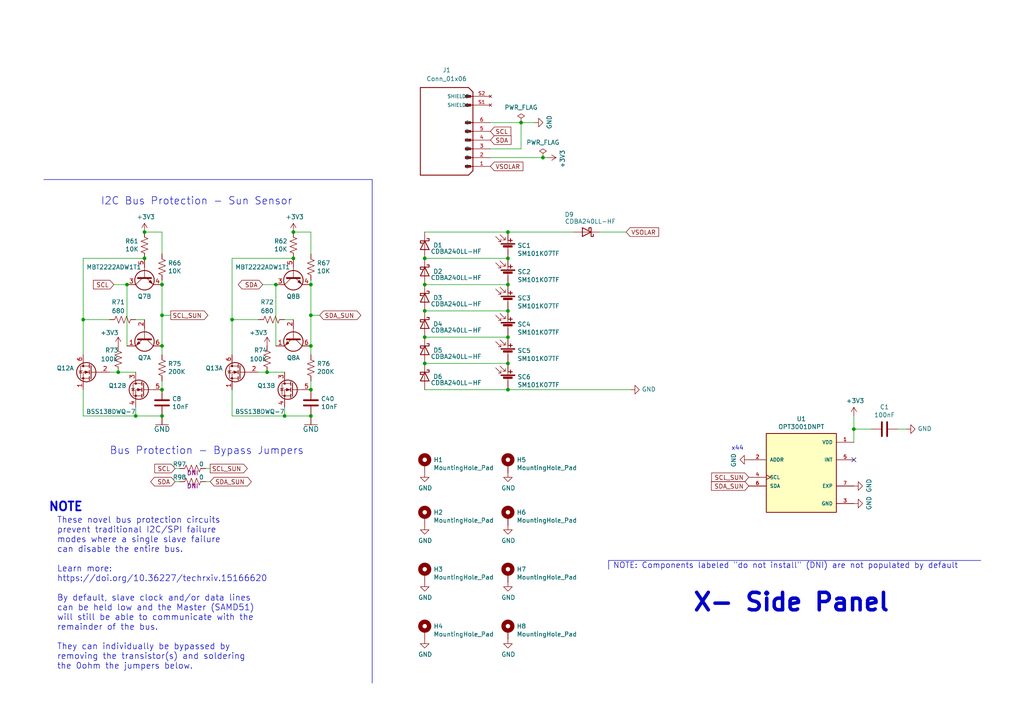
<source format=kicad_sch>
(kicad_sch (version 20230121) (generator eeschema)
  (paper "A4")
  (title_block (title "Sapling X- Side Panel") (date "2022-05-02") (rev "Flight Ver. 1") (company "Stanford SSI") (comment 1 "Grant Regen"))
  (lib_symbols
    (symbol "Device:C" (pin_numbers hide) (pin_names (offset 0.254))
      (property "Reference" "C" (at 0.635 2.54 0))
      (property "Value" "C" (at 0.635 -2.54 0))
      (symbol "C_0_1"
        (polyline (pts (xy -2.032 -0.762) (xy 2.032 -0.762)) (stroke (width 0.508)))
        (polyline (pts (xy -2.032 0.762) (xy 2.032 0.762)) (stroke (width 0.508)))
      )
      (symbol "C_1_1"
        (pin passive line (at 0 3.81 270) (length 2.794) (name "~") (number "1"))
        (pin passive line (at 0 -3.81 90) (length 2.794) (name "~") (number "2"))
      )
    )
    (symbol "Device:R_US" (pin_numbers hide) (pin_names (offset 0))
      (property "Reference" "R" (at 2.54 0 90))
      (property "Value" "R_US" (at -2.54 0 90))
      (symbol "R_US_0_1"
        (polyline (pts (xy 0 -2.286) (xy 0 -2.54)))
        (polyline (pts (xy 0 2.286) (xy 0 2.54)))
        (polyline (pts (xy 0 -0.762) (xy 1.016 -1.143) (xy 0 -1.524) (xy -1.016 -1.905) (xy 0 -2.286)))
        (polyline (pts (xy 0 0.762) (xy 1.016 0.381) (xy 0 0) (xy -1.016 -0.381) (xy 0 -0.762)))
        (polyline (pts (xy 0 2.286) (xy 1.016 1.905) (xy 0 1.524) (xy -1.016 1.143) (xy 0 0.762)))
      )
      (symbol "R_US_1_1"
        (pin passive line (at 0 3.81 270) (length 1.27) (name "~") (number "1"))
        (pin passive line (at 0 -3.81 90) (length 1.27) (name "~") (number "2"))
      )
    )
    (symbol "Mechanical:MountingHole_Pad" (pin_numbers hide) (pin_names (offset 1.016) hide)
      (property "Reference" "H" (at 0 6.35 0))
      (property "Value" "MountingHole_Pad" (at 0 4.445 0))
      (symbol "MountingHole_Pad_0_1"
        (circle (center 0 1.27) (radius 1.27) (stroke (width 1.27)))
      )
      (symbol "MountingHole_Pad_1_1"
        (pin input line (at 0 -2.54 90) (length 2.54) (name "1") (number "1"))
      )
    )
    (symbol "Transistor_BJT:MBT2222ADW1T1" (pin_names (offset 0) hide)
      (property "Reference" "Q" (at 5.08 1.27 0))
      (property "Value" "MBT2222ADW1T1" (at 5.08 -1.27 0))
      (symbol "MBT2222ADW1T1_0_1"
        (polyline (pts (xy 0.635 0) (xy -2.54 0)))
        (polyline (pts (xy 0.635 0.635) (xy 2.54 2.54)))
        (polyline (pts (xy 0.635 -0.635) (xy 2.54 -2.54) (xy 2.54 -2.54)))
        (polyline (pts (xy 0.635 1.905) (xy 0.635 -1.905) (xy 0.635 -1.905)) (stroke (width 0.508)))
        (polyline (pts (xy 1.27 -1.778) (xy 1.778 -1.27) (xy 2.286 -2.286) (xy 1.27 -1.778) (xy 1.27 -1.778)) (fill (type outline)))
        (circle (center 1.27 0) (radius 2.8194) (stroke (width 0.254)))
      )
      (symbol "MBT2222ADW1T1_1_1"
        (pin passive line (at 2.54 -5.08 90) (length 2.54) (name "E1") (number "1"))
        (pin input line (at -5.08 0 0) (length 2.54) (name "B1") (number "2"))
        (pin passive line (at 2.54 5.08 270) (length 2.54) (name "C1") (number "6"))
      )
      (symbol "MBT2222ADW1T1_2_1"
        (pin passive line (at 2.54 5.08 270) (length 2.54) (name "C2") (number "3"))
        (pin passive line (at 2.54 -5.08 90) (length 2.54) (name "E2") (number "4"))
        (pin input line (at -5.08 0 0) (length 2.54) (name "B2") (number "5"))
      )
    )
    (symbol "mainboard:BSS138DWQ-7" (pin_names (offset 0.762) hide)
      (property "Reference" "Q" (at -2.54 5.08 0))
      (property "Value" "BSS138DWQ-7" (at 3.81 6.35 0))
      (symbol "BSS138DWQ-7_1_1"
        (polyline (pts (xy -1.016 0) (xy -3.81 0)))
        (polyline (pts (xy -1.016 1.905) (xy -1.016 -1.905)) (stroke (width 0.254)))
        (polyline (pts (xy -0.508 -1.27) (xy -0.508 -2.286)) (stroke (width 0.254)))
        (polyline (pts (xy -0.508 0.508) (xy -0.508 -0.508)) (stroke (width 0.254)))
        (polyline (pts (xy -0.508 2.286) (xy -0.508 1.27)) (stroke (width 0.254)))
        (polyline (pts (xy 1.27 2.54) (xy 1.27 1.778)))
        (polyline (pts (xy 1.27 -2.54) (xy 1.27 0) (xy -0.508 0)))
        (polyline (pts (xy -0.508 -1.778) (xy 2.032 -1.778) (xy 2.032 1.778) (xy -0.508 1.778)))
        (polyline (pts (xy -0.254 0) (xy 0.762 0.381) (xy 0.762 -0.381) (xy -0.254 0)) (fill (type outline)))
        (polyline (pts (xy 1.524 0.508) (xy 1.651 0.381) (xy 2.413 0.381) (xy 2.54 0.254)))
        (polyline (pts (xy 2.032 0.381) (xy 1.651 -0.254) (xy 2.413 -0.254) (xy 2.032 0.381)))
        (circle (center 0.381 0) (radius 2.794) (stroke (width 0.254)))
        (circle (center 1.27 -1.778) (radius 0.254) (fill (type outline)))
        (circle (center 1.27 1.778) (radius 0.254) (fill (type outline)))
        (pin passive line (at 1.27 -5.08 90) (length 2.54) (name "S2") (number "1"))
        (pin input line (at -6.35 0 0) (length 2.54) (name "G2") (number "2"))
        (pin passive line (at 1.27 5.08 270) (length 2.54) (name "D1") (number "6"))
      )
      (symbol "BSS138DWQ-7_2_1"
        (polyline (pts (xy -1.016 0) (xy -3.81 0)))
        (polyline (pts (xy -1.016 1.905) (xy -1.016 -1.905)) (stroke (width 0.254)))
        (polyline (pts (xy -0.508 -1.27) (xy -0.508 -2.286)) (stroke (width 0.254)))
        (polyline (pts (xy -0.508 0.508) (xy -0.508 -0.508)) (stroke (width 0.254)))
        (polyline (pts (xy -0.508 2.286) (xy -0.508 1.27)) (stroke (width 0.254)))
        (polyline (pts (xy 1.27 2.54) (xy 1.27 1.778)))
        (polyline (pts (xy 1.27 -2.54) (xy 1.27 0) (xy -0.508 0)))
        (polyline (pts (xy -0.508 -1.778) (xy 2.032 -1.778) (xy 2.032 1.778) (xy -0.508 1.778)))
        (polyline (pts (xy -0.254 0) (xy 0.762 0.381) (xy 0.762 -0.381) (xy -0.254 0)) (fill (type outline)))
        (polyline (pts (xy 1.524 0.508) (xy 1.651 0.381) (xy 2.413 0.381) (xy 2.54 0.254)))
        (polyline (pts (xy 2.032 0.381) (xy 1.651 -0.254) (xy 2.413 -0.254) (xy 2.032 0.381)))
        (circle (center 0.381 0) (radius 2.794) (stroke (width 0.254)))
        (circle (center 1.27 -1.778) (radius 0.254) (fill (type outline)))
        (circle (center 1.27 1.778) (radius 0.254) (fill (type outline)))
        (pin passive line (at 1.27 5.08 270) (length 2.54) (name "D2") (number "3"))
        (pin passive line (at 1.27 -5.08 90) (length 2.54) (name "S1") (number "4"))
        (pin input line (at -6.35 0 0) (length 2.54) (name "G1") (number "5"))
      )
    )
    (symbol "mainboard:GND" (power) (pin_names (offset 1.016))
      (property "Value" "GND" (at -2.54 -2.54 0))
      (symbol "GND_1_0"
        (polyline (pts (xy -1.905 0) (xy 1.905 0)))
        (pin power_in line (at 0 2.54 270) (length 2.54) (name "GND") (number "1"))
      )
    )
    (symbol "power:+3.3V" (power) (pin_names (offset 0))
      (property "Value" "+3.3V" (at 0 3.556 0))
      (symbol "+3.3V_0_1"
        (polyline (pts (xy -0.762 1.27) (xy 0 2.54)))
        (polyline (pts (xy 0 0) (xy 0 2.54)))
        (polyline (pts (xy 0 2.54) (xy 0.762 1.27)))
      )
      (symbol "+3.3V_1_1"
        (pin power_in line (at 0 0 90) (length 0) hide (name "+3V3") (number "1"))
      )
    )
    (symbol "power:GND" (power) (pin_names (offset 0))
      (property "Value" "GND" (at 0 -3.81 0))
      (symbol "GND_0_1"
        (polyline (pts (xy 0 0) (xy 0 -1.27) (xy 1.27 -1.27) (xy 0 -2.54) (xy -1.27 -1.27) (xy 0 -1.27)))
      )
      (symbol "GND_1_1"
        (pin power_in line (at 0 0 270) (length 0) hide (name "GND") (number "1"))
      )
    )
    (symbol "power:PWR_FLAG" (power) (pin_numbers hide) (pin_names (offset 0) hide)
      (property "Value" "PWR_FLAG" (at 0 3.81 0))
      (symbol "PWR_FLAG_0_0"
        (pin power_out line (at 0 0 90) (length 0) (name "pwr") (number "1"))
      )
      (symbol "PWR_FLAG_0_1"
        (polyline (pts (xy 0 0) (xy 0 1.27) (xy -1.016 1.905) (xy 0 2.54) (xy 1.016 1.905) (xy 0 1.27)))
      )
    )
    (symbol "sidepanels:2053380006" (pin_names (offset 1.016))
      (property "Reference" "J" (at -7.62 13.97 0))
      (property "Value" "2053380006" (at -7.62 -15.24 0))
      (symbol "2053380006_0_0"
        (rectangle (start -6.985 -10.4648) (end -5.3848 -9.8298) (fill (type outline)))
        (rectangle (start -6.985 -7.9248) (end -5.3848 -7.2898) (fill (type outline)))
        (rectangle (start -6.985 -2.8448) (end -5.3848 -2.2098) (fill (type outline)))
        (rectangle (start -6.985 -0.3048) (end -5.3848 0.3048) (fill (type outline)))
        (rectangle (start -6.985 2.2098) (end -5.3848 2.8448) (fill (type outline)))
        (rectangle (start -6.985 4.7498) (end -5.3848 5.3848) (fill (type outline)))
        (rectangle (start -6.985 7.2898) (end -5.3848 7.9248) (fill (type outline)))
        (rectangle (start -6.985 9.8298) (end -5.3848 10.4648) (fill (type outline)))
        (polyline (pts (xy -7.62 -11.43) (xy -6.35 -12.7)) (stroke (width 0.254)))
        (polyline (pts (xy -7.62 -10.16) (xy -5.715 -10.16)) (stroke (width 0.254)))
        (polyline (pts (xy -7.62 -7.62) (xy -5.715 -7.62)) (stroke (width 0.254)))
        (polyline (pts (xy -7.62 -2.54) (xy -7.62 -11.43)) (stroke (width 0.254)))
        (polyline (pts (xy -7.62 -2.54) (xy -5.715 -2.54)) (stroke (width 0.254)))
        (polyline (pts (xy -7.62 0) (xy -7.62 -2.54)) (stroke (width 0.254)))
        (polyline (pts (xy -7.62 0) (xy -5.715 0)) (stroke (width 0.254)))
        (polyline (pts (xy -7.62 2.54) (xy -7.62 0)) (stroke (width 0.254)))
        (polyline (pts (xy -7.62 2.54) (xy -5.715 2.54)) (stroke (width 0.254)))
        (polyline (pts (xy -7.62 5.08) (xy -7.62 2.54)) (stroke (width 0.254)))
        (polyline (pts (xy -7.62 5.08) (xy -5.715 5.08)) (stroke (width 0.254)))
        (polyline (pts (xy -7.62 7.62) (xy -5.715 7.62)) (stroke (width 0.254)))
        (polyline (pts (xy -7.62 10.16) (xy -5.715 10.16)) (stroke (width 0.254)))
        (polyline (pts (xy -7.62 11.43) (xy -7.62 5.08)) (stroke (width 0.254)))
        (polyline (pts (xy -7.62 11.43) (xy -6.35 12.7)) (stroke (width 0.254)))
        (polyline (pts (xy -6.35 -12.7) (xy 7.62 -12.7)) (stroke (width 0.254)))
        (polyline (pts (xy 7.62 -12.7) (xy 7.62 12.7)) (stroke (width 0.254)))
        (polyline (pts (xy 7.62 12.7) (xy -6.35 12.7)) (stroke (width 0.254)))
        (pin passive line (at -12.7 10.16 0) (length 5.08) (name "1") (number "1"))
        (pin passive line (at -12.7 7.62 0) (length 5.08) (name "2") (number "2"))
        (pin passive line (at -12.7 5.08 0) (length 5.08) (name "3") (number "3"))
        (pin passive line (at -12.7 2.54 0) (length 5.08) (name "4") (number "4"))
        (pin passive line (at -12.7 0 0) (length 5.08) (name "5") (number "5"))
        (pin passive line (at -12.7 -2.54 0) (length 5.08) (name "6") (number "6"))
        (pin no_connect line (at -12.7 -7.62 0) (length 5.08) (name "SHIELD1") (number "S1"))
        (pin no_connect line (at -12.7 -10.16 0) (length 5.08) (name "SHIELD2") (number "S2"))
      )
    )
    (symbol "sidepanels:CDBA240LL-HF" (pin_numbers hide) (pin_names (offset 1.016) hide)
      (property "Reference" "D" (at 0 2.54 0))
      (property "Value" "CDBA240LL-HF" (at 0 -2.54 0))
      (symbol "CDBA240LL-HF_0_1"
        (polyline (pts (xy 1.27 0) (xy -1.27 0)))
        (polyline (pts (xy 1.27 1.27) (xy 1.27 -1.27) (xy -1.27 0) (xy 1.27 1.27)) (stroke (width 0.254)))
        (polyline (pts (xy -1.905 0.635) (xy -1.905 1.27) (xy -1.27 1.27) (xy -1.27 -1.27) (xy -0.635 -1.27) (xy -0.635 -0.635)) (stroke (width 0.254)))
      )
      (symbol "CDBA240LL-HF_1_1"
        (pin passive line (at -3.81 0 0) (length 2.54) (name "K") (number "1"))
        (pin passive line (at 3.81 0 180) (length 2.54) (name "A") (number "2"))
      )
    )
    (symbol "sidepanels:OPT3001DNPT" (pin_names (offset 1.016))
      (property "Reference" "U" (at -10.16 13.97 0))
      (property "Value" "OPT3001DNPT" (at -6.35 -12.7 0))
      (symbol "OPT3001DNPT_0_0"
        (rectangle (start -10.16 -10.16) (end 10.16 12.7) (stroke (width 0.254)) (fill (type background)))
        (pin power_in line (at 15.24 10.16 180) (length 5.08) (name "VDD") (number "1"))
        (pin input line (at -15.24 5.08 0) (length 5.08) (name "ADDR") (number "2"))
        (pin power_in line (at 15.24 -7.62 180) (length 5.08) (name "GND") (number "3"))
        (pin input clock (at -15.24 0 0) (length 5.08) (name "SCL") (number "4"))
        (pin output line (at 15.24 5.08 180) (length 5.08) (name "INT") (number "5"))
        (pin bidirectional line (at -15.24 -2.54 0) (length 5.08) (name "SDA") (number "6"))
        (pin passive line (at 15.24 -2.54 180) (length 5.08) (name "EXP") (number "7"))
      )
    )
    (symbol "sidepanels:SM101K07TF" (pin_numbers hide) (pin_names (offset 0) hide)
      (property "Reference" "SC" (at 2.54 2.54 0))
      (property "Value" "SM101K07TF" (at 2.54 0 0))
      (symbol "SM101K07TF_0_1"
        (rectangle (start -2.032 1.778) (end 2.032 1.524) (fill (type outline)))
        (rectangle (start -1.3208 1.1938) (end 1.27 0.6858) (fill (type outline)))
        (polyline (pts (xy -2.032 2.286) (xy -3.556 3.81)))
        (polyline (pts (xy -0.762 2.794) (xy -2.286 4.318)))
        (polyline (pts (xy 0 0.762) (xy 0 0)))
        (polyline (pts (xy 0 1.778) (xy 0 2.54)))
        (polyline (pts (xy 0.254 2.667) (xy 1.27 2.667)) (stroke (width 0.254)))
        (polyline (pts (xy 0.762 3.175) (xy 0.762 2.159)) (stroke (width 0.254)))
        (polyline (pts (xy -2.032 3.048) (xy -2.032 2.286) (xy -2.794 2.286)))
        (polyline (pts (xy -0.762 3.556) (xy -0.762 2.794) (xy -1.524 2.794)))
      )
      (symbol "SM101K07TF_1_1"
        (pin passive line (at 0 5.08 270) (length 2.54) (name "+") (number "1"))
        (pin passive line (at 0 -2.54 90) (length 2.54) (name "-") (number "2"))
      )
    )
  )
  (junction (at 247.65 124.46))
  (junction (at 147.32 90.17))
  (junction (at 77.47 107.95))
  (junction (at 147.32 67.31))
  (junction (at 85.09 74.93))
  (junction (at 41.91 67.31))
  (junction (at 90.17 120.65))
  (junction (at 46.99 113.03))
  (junction (at 67.31 92.71))
  (junction (at 82.55 120.65))
  (junction (at 80.01 82.55))
  (junction (at 157.48 45.72))
  (junction (at 39.37 120.65))
  (junction (at 24.13 92.71))
  (junction (at 123.19 105.41))
  (junction (at 123.19 82.55))
  (junction (at 147.32 97.79))
  (junction (at 46.99 91.44))
  (junction (at 46.99 120.65))
  (junction (at 147.32 82.55))
  (junction (at 41.91 74.93))
  (junction (at 85.09 67.31))
  (junction (at 36.83 82.55))
  (junction (at 147.32 113.03))
  (junction (at 123.19 90.17))
  (junction (at 90.17 91.44))
  (junction (at 46.99 100.33))
  (junction (at 147.32 74.93))
  (junction (at 147.32 105.41))
  (junction (at 151.13 35.56))
  (junction (at 123.19 97.79))
  (junction (at 90.17 113.03))
  (junction (at 34.29 107.95))
  (junction (at 90.17 82.55))
  (junction (at 90.17 100.33))
  (junction (at 46.99 82.55))
  (junction (at 123.19 74.93))
  (no_connect (at 247.65 133.35))
  (wire (pts (xy 34.29 107.95) (xy 31.75 107.95)))
  (wire (pts (xy 123.19 74.93) (xy 147.32 74.93)))
  (wire (pts (xy 49.53 91.44) (xy 46.99 91.44)))
  (polyline (pts (xy 107.95 52.07) (xy 107.95 198.12)))
  (wire (pts (xy 24.13 74.93) (xy 41.91 74.93)))
  (wire (pts (xy 67.31 102.87) (xy 67.31 92.71)))
  (wire (pts (xy 36.83 82.55) (xy 36.83 100.33)))
  (wire (pts (xy 157.48 45.72) (xy 158.75 45.72)))
  (wire (pts (xy 60.96 135.89) (xy 59.69 135.89)))
  (wire (pts (xy 46.99 110.49) (xy 46.99 113.03)))
  (wire (pts (xy 166.37 67.31) (xy 147.32 67.31)))
  (wire (pts (xy 82.55 118.11) (xy 82.55 120.65)))
  (wire (pts (xy 46.99 67.31) (xy 41.91 67.31)))
  (wire (pts (xy 260.35 124.46) (xy 262.89 124.46)))
  (wire (pts (xy 77.47 107.95) (xy 74.93 107.95)))
  (wire (pts (xy 24.13 120.65) (xy 39.37 120.65)))
  (wire (pts (xy 247.65 124.46) (xy 247.65 120.65)))
  (wire (pts (xy 46.99 73.66) (xy 46.99 67.31)))
  (polyline (pts (xy 107.95 52.07) (xy 12.7 52.07)))
  (wire (pts (xy 80.01 82.55) (xy 80.01 100.33)))
  (wire (pts (xy 142.24 45.72) (xy 157.48 45.72)))
  (wire (pts (xy 46.99 91.44) (xy 46.99 82.55)))
  (wire (pts (xy 123.19 105.41) (xy 147.32 105.41)))
  (wire (pts (xy 67.31 120.65) (xy 82.55 120.65)))
  (wire (pts (xy 247.65 128.27) (xy 247.65 124.46)))
  (wire (pts (xy 24.13 92.71) (xy 24.13 74.93)))
  (wire (pts (xy 41.91 92.71) (xy 39.37 92.71)))
  (wire (pts (xy 147.32 113.03) (xy 182.88 113.03)))
  (wire (pts (xy 24.13 102.87) (xy 24.13 92.71)))
  (wire (pts (xy 123.19 97.79) (xy 147.32 97.79)))
  (wire (pts (xy 90.17 91.44) (xy 90.17 82.55)))
  (wire (pts (xy 90.17 110.49) (xy 90.17 113.03)))
  (wire (pts (xy 151.13 43.18) (xy 151.13 35.56)))
  (wire (pts (xy 92.71 91.44) (xy 90.17 91.44)))
  (wire (pts (xy 67.31 74.93) (xy 85.09 74.93)))
  (wire (pts (xy 123.19 67.31) (xy 147.32 67.31)))
  (wire (pts (xy 123.19 82.55) (xy 147.32 82.55)))
  (wire (pts (xy 142.24 35.56) (xy 151.13 35.56)))
  (wire (pts (xy 46.99 102.87) (xy 46.99 100.33)))
  (wire (pts (xy 50.8 135.89) (xy 52.07 135.89)))
  (wire (pts (xy 123.19 90.17) (xy 147.32 90.17)))
  (wire (pts (xy 173.99 67.31) (xy 181.61 67.31)))
  (wire (pts (xy 67.31 113.03) (xy 67.31 120.65)))
  (polyline (pts (xy 176.53 165.1) (xy 176.53 162.56)))
  (wire (pts (xy 90.17 73.66) (xy 90.17 67.31)))
  (wire (pts (xy 39.37 120.65) (xy 46.99 120.65)))
  (wire (pts (xy 33.02 82.55) (xy 36.83 82.55)))
  (wire (pts (xy 46.99 81.28) (xy 46.99 82.55)))
  (wire (pts (xy 90.17 81.28) (xy 90.17 82.55)))
  (wire (pts (xy 85.09 92.71) (xy 82.55 92.71)))
  (wire (pts (xy 90.17 67.31) (xy 85.09 67.31)))
  (wire (pts (xy 123.19 113.03) (xy 147.32 113.03)))
  (wire (pts (xy 90.17 102.87) (xy 90.17 100.33)))
  (wire (pts (xy 24.13 92.71) (xy 31.75 92.71)))
  (wire (pts (xy 90.17 100.33) (xy 90.17 91.44)))
  (wire (pts (xy 39.37 107.95) (xy 34.29 107.95)))
  (wire (pts (xy 50.8 139.7) (xy 52.07 139.7)))
  (wire (pts (xy 67.31 92.71) (xy 74.93 92.71)))
  (wire (pts (xy 82.55 120.65) (xy 90.17 120.65)))
  (polyline (pts (xy 176.53 162.56) (xy 284.48 162.56)))
  (wire (pts (xy 252.73 124.46) (xy 247.65 124.46)))
  (wire (pts (xy 46.99 100.33) (xy 46.99 91.44)))
  (wire (pts (xy 76.2 82.55) (xy 80.01 82.55)))
  (wire (pts (xy 142.24 43.18) (xy 151.13 43.18)))
  (wire (pts (xy 39.37 118.11) (xy 39.37 120.65)))
  (wire (pts (xy 24.13 113.03) (xy 24.13 120.65)))
  (wire (pts (xy 82.55 107.95) (xy 77.47 107.95)))
  (wire (pts (xy 151.13 35.56) (xy 154.94 35.56)))
  (wire (pts (xy 67.31 92.71) (xy 67.31 74.93)))
  (wire (pts (xy 60.96 139.7) (xy 59.69 139.7)))
  (text "NOTE" (at 13.97 148.59 0) (effects (font (size 2.54 2.54) (thickness 0.508) bold) (justify left bottom)))
  (text "x44" (at 212.09 130.81 0) (effects (font (size 1.27 1.27)) (justify left bottom)))
  (text "I2C Bus Protection - Sun Sensor" (at 29.21 59.69 0) (effects (font (size 2.159 2.159)) (justify left bottom)))
  (text "X- Side Panel" (at 200.66 177.8 0) (effects (font (size 5.08 5.08) (thickness 1.016) bold) (justify left bottom)))
  (text "Bus Protection - Bypass Jumpers" (at 31.75 132.08 0) (effects (font (size 2.159 2.159)) (justify left bottom)))
  (text "These novel bus protection circuits\nprevent traditional I2C/SPI failure \nmodes where a single slave failure\ncan disable the entire bus.\n\nLearn more: \nhttps://doi.org/10.36227/techrxiv.15166620\n\nBy default, slave clock and/or data lines \ncan be held low and the Master (SAMD51) \nwill still be able to communicate with the \nremainder of the bus.\n\nThey can individually be bypassed by \nremoving the transistor(s) and soldering\nthe 0ohm the jumpers below." (at 16.51 194.31 0) (effects (font (size 1.7526 1.7526)) (justify left bottom)))
  (text "NOTE: Components labeled \"do not install\" (DNI) are not populated by default" (at 177.8 165.1 0) (effects (font (size 1.651 1.651)) (justify left bottom)))
  (global_label "SCL" (shape input) (at 50.8 135.89 180) (property "Intersheetrefs" "${INTERSHEET_REFS}" (effects hide)))
  (global_label "VSOLAR" (shape input) (at 181.61 67.31 0) (property "Intersheetrefs" "${INTERSHEET_REFS}" (effects hide)))
  (global_label "SDA" (shape bidirectional) (at 76.2 82.55 180) (property "Intersheetrefs" "${INTERSHEET_REFS}" (effects hide)))
  (global_label "SDA" (shape bidirectional) (at 50.8 139.7 180) (property "Intersheetrefs" "${INTERSHEET_REFS}" (effects hide)))
  (global_label "SCL_SUN" (shape output) (at 49.53 91.44 0) (property "Intersheetrefs" "${INTERSHEET_REFS}" (effects hide)))
  (global_label "SCL" (shape input) (at 33.02 82.55 180) (property "Intersheetrefs" "${INTERSHEET_REFS}" (effects hide)))
  (global_label "VSOLAR" (shape input) (at 142.24 48.26 0) (property "Intersheetrefs" "${INTERSHEET_REFS}" (effects hide)))
  (global_label "SDA_SUN" (shape bidirectional) (at 60.96 139.7 0) (property "Intersheetrefs" "${INTERSHEET_REFS}" (effects hide)))
  (global_label "SCL_SUN" (shape output) (at 60.96 135.89 0) (property "Intersheetrefs" "${INTERSHEET_REFS}" (effects hide)))
  (global_label "SCL" (shape input) (at 142.24 38.1 0) (property "Intersheetrefs" "${INTERSHEET_REFS}" (effects hide)))
  (global_label "SCL_SUN" (shape input) (at 217.17 138.43 180) (property "Intersheetrefs" "${INTERSHEET_REFS}" (effects hide)))
  (global_label "SDA_SUN" (shape input) (at 217.17 140.97 180) (property "Intersheetrefs" "${INTERSHEET_REFS}" (effects hide)))
  (global_label "SDA_SUN" (shape bidirectional) (at 92.71 91.44 0) (property "Intersheetrefs" "${INTERSHEET_REFS}" (effects hide)))
  (global_label "SDA" (shape input) (at 142.24 40.64 0) (property "Intersheetrefs" "${INTERSHEET_REFS}" (effects hide)))
  (symbol (lib_id "mainboard:BSS138DWQ-7") (at 25.4 107.95 0) (mirror y) (unit 1)
    (property "Reference" "Q12" (at 21.463 106.7816 0) (effects (justify left)))
    (property "Value" "BSS138DWQ-7" (at 39.37 119.38 0) (effects (justify left)))
    (property "Footprint" "mainboard:BSS138DWQ-7" (effects hide))
    (property "Datasheet" "https://www.diodes.com/assets/Datasheets/BSS138DWQ.pdf" (effects hide))
    (property "Description" "MOSFET BSS Family" (effects hide))
    (property "Flight" "BSS138DWQ-7" (effects hide))
    (property "Manufacturer_Name" "Diodes Inc." (effects hide))
    (property "Manufacturer_Part_Number" "BSS138DWQ-7" (effects hide))
    (property "Proto" "BSS138DWQ-7" (effects hide))
    (property "Height" "1.1" (effects hide))
    (property "Mouser Part Number" "621-BSS138DWQ-7" (effects hide))
    (property "Mouser Price/Stock" "https://www.mouser.co.uk/ProductDetail/Diodes-Incorporated/BSS138DWQ-7?qs=nJRy1mI8RR9wz3YdMQOQIA%3D%3D" (effects hide))
  )
  (symbol (lib_id "mainboard:BSS138DWQ-7") (at 40.64 113.03 0) (mirror y) (unit 2)
    (property "Reference" "Q12" (at 36.703 111.8616 0) (effects (justify left)))
    (property "Value" "BSS138DWQ-7" (effects hide))
    (property "Footprint" "mainboard:BSS138DWQ-7" (effects hide))
    (property "Datasheet" "https://www.diodes.com/assets/Datasheets/BSS138DWQ.pdf" (effects hide))
    (property "Description" "MOSFET BSS Family" (effects hide))
    (property "Flight" "BSS138DWQ-7" (effects hide))
    (property "Manufacturer_Name" "Diodes Inc." (effects hide))
    (property "Manufacturer_Part_Number" "BSS138DWQ-7" (effects hide))
    (property "Proto" "BSS138DWQ-7" (effects hide))
    (property "Height" "1.1" (effects hide))
    (property "Mouser Part Number" "621-BSS138DWQ-7" (effects hide))
    (property "Mouser Price/Stock" "https://www.mouser.co.uk/ProductDetail/Diodes-Incorporated/BSS138DWQ-7?qs=nJRy1mI8RR9wz3YdMQOQIA%3D%3D" (effects hide))
  )
  (symbol (lib_id "Transistor_BJT:MBT2222ADW1T1") (at 41.91 97.79 270) (unit 1)
    (property "Reference" "Q7" (at 41.91 103.7844 90))
    (property "Value" "MBT2222ADW1T1" (effects hide))
    (property "Footprint" "Package_TO_SOT_SMD:SOT-363_SC-70-6" (effects hide))
    (property "Datasheet" "http://www.onsemi.com/pub_link/Collateral/MBT2222ADW1T1-D.PDF" (effects hide))
    (property "Description" "Dual NPN BJT - 2NPN" (effects hide))
    (property "Flight" "MBT2222ADW1T1G" (effects hide))
    (property "Manufacturer_Name" "ON Semiconductor" (effects hide))
    (property "Manufacturer_Part_Number" "MBT2222ADW1T1G" (effects hide))
    (property "Proto" "MBT2222ADW1T1G" (effects hide))
  )
  (symbol (lib_id "Transistor_BJT:MBT2222ADW1T1") (at 41.91 80.01 90) (mirror x) (unit 2)
    (property "Reference" "Q7" (at 41.91 85.979 90))
    (property "Value" "MBT2222ADW1T1" (at 33.02 77.47 90))
    (property "Footprint" "Package_TO_SOT_SMD:SOT-363_SC-70-6" (effects hide))
    (property "Datasheet" "http://www.onsemi.com/pub_link/Collateral/MBT2222ADW1T1-D.PDF" (effects hide))
    (property "Description" "Dual NPN BJT - 2NPN" (effects hide))
    (property "Flight" "MBT2222ADW1T1G" (effects hide))
    (property "Manufacturer_Name" "ON Semiconductor" (effects hide))
    (property "Manufacturer_Part_Number" "MBT2222ADW1T1G" (effects hide))
    (property "Proto" "MBT2222ADW1T1G" (effects hide))
  )
  (symbol (lib_id "Device:C") (at 46.99 116.84 0) (unit 1)
    (property "Reference" "C8" (at 49.911 115.6716 0) (effects (justify left)))
    (property "Value" "10nF" (at 49.911 117.983 0) (effects (justify left)))
    (property "Footprint" "Capacitor_SMD:C_0603_1608Metric" (effects hide))
    (property "Description" "10nF +-10% 50V X7R" (effects hide))
  )
  (symbol (lib_id "mainboard:GND") (at 46.99 123.19 0) (unit 1)
    (property "Reference" "#GND045" (effects hide))
    (property "Value" "GND" (at 46.99 124.46 0) (effects (font (size 1.4986 1.4986))))
  )
  (symbol (lib_id "Device:R_US") (at 46.99 77.47 0) (unit 1)
    (property "Reference" "R66" (at 48.7172 76.3016 0) (effects (justify left)))
    (property "Value" "10K" (at 48.7172 78.613 0) (effects (justify left)))
    (property "Footprint" "Resistor_SMD:R_0603_1608Metric" (effects hide))
    (property "Description" "10K 0603" (effects hide))
  )
  (symbol (lib_id "Device:R_US") (at 41.91 71.12 0) (unit 1)
    (property "Reference" "R61" (at 40.2082 69.9516 0) (effects (justify right)))
    (property "Value" "10K" (at 40.2082 72.263 0) (effects (justify right)))
    (property "Footprint" "Resistor_SMD:R_0603_1608Metric" (effects hide))
    (property "Description" "10K 0603" (effects hide))
  )
  (symbol (lib_id "Device:R_US") (at 35.56 92.71 270) (unit 1)
    (property "Reference" "R71" (at 34.29 87.63 90))
    (property "Value" "680" (at 34.29 90.17 90))
    (property "Footprint" "Resistor_SMD:R_0603_1608Metric" (effects hide))
    (property "Description" "680 0603" (effects hide))
  )
  (symbol (lib_id "Device:R_US") (at 34.29 104.14 0) (unit 1)
    (property "Reference" "R73" (at 30.48 101.6 0) (effects (justify left)))
    (property "Value" "100K" (at 29.21 104.14 0) (effects (justify left)))
    (property "Footprint" "Resistor_SMD:R_0603_1608Metric" (effects hide))
    (property "Description" "100K 0603" (effects hide))
  )
  (symbol (lib_id "Device:R_US") (at 46.99 106.68 0) (unit 1)
    (property "Reference" "R75" (at 48.7172 105.5116 0) (effects (justify left)))
    (property "Value" "200K" (at 48.7172 107.823 0) (effects (justify left)))
    (property "Footprint" "Resistor_SMD:R_0603_1608Metric" (effects hide))
    (property "Description" "200K 0603" (effects hide))
  )
  (symbol (lib_id "Transistor_BJT:MBT2222ADW1T1") (at 85.09 97.79 270) (unit 1)
    (property "Reference" "Q8" (at 85.09 103.7844 90))
    (property "Value" "MBT2222ADW1T1" (effects hide))
    (property "Footprint" "Package_TO_SOT_SMD:SOT-363_SC-70-6" (effects hide))
    (property "Datasheet" "http://www.onsemi.com/pub_link/Collateral/MBT2222ADW1T1-D.PDF" (effects hide))
    (property "Description" "Dual NPN BJT - 2NPN" (effects hide))
    (property "Flight" "MBT2222ADW1T1G" (effects hide))
    (property "Manufacturer_Name" "ON Semiconductor" (effects hide))
    (property "Manufacturer_Part_Number" "MBT2222ADW1T1G" (effects hide))
    (property "Proto" "MBT2222ADW1T1G" (effects hide))
  )
  (symbol (lib_id "Transistor_BJT:MBT2222ADW1T1") (at 85.09 80.01 90) (mirror x) (unit 2)
    (property "Reference" "Q8" (at 85.09 85.979 90))
    (property "Value" "MBT2222ADW1T1" (at 76.2 77.47 90))
    (property "Footprint" "Package_TO_SOT_SMD:SOT-363_SC-70-6" (effects hide))
    (property "Datasheet" "http://www.onsemi.com/pub_link/Collateral/MBT2222ADW1T1-D.PDF" (effects hide))
    (property "Description" "Dual NPN BJT - 2NPN" (effects hide))
    (property "Flight" "MBT2222ADW1T1G" (effects hide))
    (property "Manufacturer_Name" "ON Semiconductor" (effects hide))
    (property "Manufacturer_Part_Number" "MBT2222ADW1T1G" (effects hide))
    (property "Proto" "MBT2222ADW1T1G" (effects hide))
  )
  (symbol (lib_id "Device:C") (at 90.17 116.84 0) (unit 1)
    (property "Reference" "C40" (at 93.091 115.6716 0) (effects (justify left)))
    (property "Value" "10nF" (at 93.091 117.983 0) (effects (justify left)))
    (property "Footprint" "Capacitor_SMD:C_0603_1608Metric" (effects hide))
    (property "Description" "10nF +-10% 50V X7R" (effects hide))
  )
  (symbol (lib_id "mainboard:GND") (at 90.17 123.19 0) (unit 1)
    (property "Reference" "#GND046" (effects hide))
    (property "Value" "GND" (at 90.17 124.46 0) (effects (font (size 1.4986 1.4986))))
  )
  (symbol (lib_id "Device:R_US") (at 85.09 71.12 0) (unit 1)
    (property "Reference" "R62" (at 83.3882 69.9516 0) (effects (justify right)))
    (property "Value" "10K" (at 83.3882 72.263 0) (effects (justify right)))
    (property "Footprint" "Resistor_SMD:R_0603_1608Metric" (effects hide))
    (property "Description" "10K 0603" (effects hide))
  )
  (symbol (lib_id "Device:R_US") (at 78.74 92.71 270) (unit 1)
    (property "Reference" "R72" (at 77.47 87.63 90))
    (property "Value" "680" (at 77.47 90.17 90))
    (property "Footprint" "Resistor_SMD:R_0603_1608Metric" (effects hide))
    (property "Description" "680 0603" (effects hide))
  )
  (symbol (lib_id "mainboard:BSS138DWQ-7") (at 83.82 113.03 0) (mirror y) (unit 2)
    (property "Reference" "Q13" (at 79.883 111.8616 0) (effects (justify left)))
    (property "Value" "BSS138DWQ-7" (effects hide))
    (property "Footprint" "mainboard:BSS138DWQ-7" (effects hide))
    (property "Datasheet" "https://www.diodes.com/assets/Datasheets/BSS138DWQ.pdf" (effects hide))
    (property "Description" "MOSFET BSS Family" (effects hide))
    (property "Flight" "BSS138DWQ-7" (effects hide))
    (property "Manufacturer_Name" "Diodes Inc." (effects hide))
    (property "Manufacturer_Part_Number" "BSS138DWQ-7" (effects hide))
    (property "Proto" "BSS138DWQ-7" (effects hide))
    (property "Height" "1.1" (effects hide))
    (property "Mouser Part Number" "621-BSS138DWQ-7" (effects hide))
    (property "Mouser Price/Stock" "https://www.mouser.co.uk/ProductDetail/Diodes-Incorporated/BSS138DWQ-7?qs=nJRy1mI8RR9wz3YdMQOQIA%3D%3D" (effects hide))
  )
  (symbol (lib_id "Device:R_US") (at 90.17 106.68 0) (unit 1)
    (property "Reference" "R76" (at 91.8972 105.5116 0) (effects (justify left)))
    (property "Value" "200K" (at 91.8972 107.823 0) (effects (justify left)))
    (property "Footprint" "Resistor_SMD:R_0603_1608Metric" (effects hide))
    (property "Description" "200K 0603" (effects hide))
  )
  (symbol (lib_id "Device:R_US") (at 77.47 104.14 0) (unit 1)
    (property "Reference" "R74" (at 73.66 101.6 0) (effects (justify left)))
    (property "Value" "100K" (at 72.39 104.14 0) (effects (justify left)))
    (property "Footprint" "Resistor_SMD:R_0603_1608Metric" (effects hide))
    (property "Description" "100K 0603" (effects hide))
  )
  (symbol (lib_id "mainboard:BSS138DWQ-7") (at 68.58 107.95 0) (mirror y) (unit 1)
    (property "Reference" "Q13" (at 64.643 106.7816 0) (effects (justify left)))
    (property "Value" "BSS138DWQ-7" (at 82.55 119.38 0) (effects (justify left)))
    (property "Footprint" "mainboard:BSS138DWQ-7" (effects hide))
    (property "Datasheet" "https://www.diodes.com/assets/Datasheets/BSS138DWQ.pdf" (effects hide))
    (property "Description" "MOSFET BSS Family" (effects hide))
    (property "Flight" "BSS138DWQ-7" (effects hide))
    (property "Manufacturer_Name" "Diodes Inc." (effects hide))
    (property "Manufacturer_Part_Number" "BSS138DWQ-7" (effects hide))
    (property "Proto" "BSS138DWQ-7" (effects hide))
    (property "Height" "1.1" (effects hide))
    (property "Mouser Part Number" "621-BSS138DWQ-7" (effects hide))
    (property "Mouser Price/Stock" "https://www.mouser.co.uk/ProductDetail/Diodes-Incorporated/BSS138DWQ-7?qs=nJRy1mI8RR9wz3YdMQOQIA%3D%3D" (effects hide))
  )
  (symbol (lib_id "Device:R_US") (at 90.17 77.47 0) (unit 1)
    (property "Reference" "R67" (at 91.8972 76.3016 0) (effects (justify left)))
    (property "Value" "10K" (at 91.8972 78.613 0) (effects (justify left)))
    (property "Footprint" "Resistor_SMD:R_0603_1608Metric" (effects hide))
    (property "Description" "10K 0603" (effects hide))
  )
  (symbol (lib_id "Device:R_US") (at 55.88 135.89 270) (unit 1)
    (property "Reference" "R97" (at 52.07 134.62 90))
    (property "Value" "0" (at 58.42 134.62 90))
    (property "Footprint" "Resistor_SMD:R_0603_1608Metric" (effects hide))
    (property "DNI" "DNI" (at 55.88 137.16 90))
    (property "Description" "0 0603" (effects hide))
  )
  (symbol (lib_id "Device:R_US") (at 55.88 139.7 270) (unit 1)
    (property "Reference" "R98" (at 52.07 138.43 90))
    (property "Value" "0" (at 58.42 138.43 90))
    (property "Footprint" "Resistor_SMD:R_0603_1608Metric" (effects hide))
    (property "DNI" "DNI" (at 55.88 140.97 90))
    (property "Description" "0 0603" (effects hide))
  )
  (symbol (lib_id "sidepanels:CDBA240LL-HF") (at 123.19 71.12 270) (unit 1)
    (property "Reference" "D1" (at 127 71.12 90))
    (property "Value" "CDBA240LL-HF" (at 139.7 73.66 90) (effects (justify right bottom)))
    (property "Footprint" "panels:DO-214AC" (effects hide))
  )
  (symbol (lib_id "sidepanels:CDBA240LL-HF") (at 170.18 67.31 180) (unit 1)
    (property "Reference" "D9" (at 165.1 62.23 0))
    (property "Value" "CDBA240LL-HF" (at 163.83 63.5 0) (effects (justify right bottom)))
    (property "Footprint" "panels:DO-214AC" (effects hide))
  )
  (symbol (lib_id "sidepanels:CDBA240LL-HF") (at 123.19 78.74 270) (unit 1)
    (property "Reference" "D2" (at 127 78.74 90))
    (property "Value" "CDBA240LL-HF" (at 139.7 81.28 90) (effects (justify right bottom)))
    (property "Footprint" "panels:DO-214AC" (effects hide))
  )
  (symbol (lib_id "sidepanels:SM101K07TF") (at 147.32 80.01 0) (unit 1)
    (property "Reference" "SC2" (at 150.0632 78.8416 0) (effects (justify left)))
    (property "Value" "SM101K07TF" (at 150.0632 81.153 0) (effects (justify left)))
    (property "Footprint" "panels:SM101K07TF" (effects hide))
  )
  (symbol (lib_id "sidepanels:CDBA240LL-HF") (at 123.19 86.36 270) (unit 1)
    (property "Reference" "D3" (at 127 86.36 90))
    (property "Value" "CDBA240LL-HF" (at 139.7 88.9 90) (effects (justify right bottom)))
    (property "Footprint" "panels:DO-214AC" (effects hide))
  )
  (symbol (lib_id "sidepanels:SM101K07TF") (at 147.32 87.63 0) (unit 1)
    (property "Reference" "SC3" (at 150.0632 86.4616 0) (effects (justify left)))
    (property "Value" "SM101K07TF" (at 150.0632 88.773 0) (effects (justify left)))
    (property "Footprint" "panels:SM101K07TF" (effects hide))
  )
  (symbol (lib_id "sidepanels:CDBA240LL-HF") (at 123.19 93.98 270) (unit 1)
    (property "Reference" "D4" (at 127 93.98 90))
    (property "Value" "CDBA240LL-HF" (at 139.7 96.52 90) (effects (justify right bottom)))
    (property "Footprint" "panels:DO-214AC" (effects hide))
  )
  (symbol (lib_id "sidepanels:SM101K07TF") (at 147.32 95.25 0) (unit 1)
    (property "Reference" "SC4" (at 150.0632 94.0816 0) (effects (justify left)))
    (property "Value" "SM101K07TF" (at 150.0632 96.393 0) (effects (justify left)))
    (property "Footprint" "panels:SM101K07TF" (effects hide))
  )
  (symbol (lib_id "sidepanels:OPT3001DNPT") (at 232.41 138.43 0) (unit 1)
    (property "Reference" "U1" (at 232.41 121.4882 0))
    (property "Value" "OPT3001DNPT" (at 232.41 123.7996 0))
    (property "Footprint" "panels:OPT3001" (effects hide))
    (property "STANDARD" "IPC 7351B" (effects hide))
  )
  (symbol (lib_id "Device:C") (at 256.54 124.46 90) (unit 1)
    (property "Reference" "C1" (at 256.54 118.0592 90))
    (property "Value" "100nF" (at 256.54 120.3706 90))
    (property "Footprint" "Capacitor_SMD:C_0603_1608Metric" (effects hide))
  )
  (symbol (lib_id "power:GND") (at 247.65 140.97 90) (unit 1)
    (property "Reference" "#PWR0101" (effects hide))
    (property "Value" "GND" (at 252.0442 140.843 0))
  )
  (symbol (lib_id "sidepanels:SM101K07TF") (at 147.32 72.39 0) (unit 1)
    (property "Reference" "SC1" (at 150.0632 71.2216 0) (effects (justify left)))
    (property "Value" "SM101K07TF" (at 150.0632 73.533 0) (effects (justify left)))
    (property "Footprint" "panels:SM101K07TF" (effects hide))
  )
  (symbol (lib_id "sidepanels:CDBA240LL-HF") (at 123.19 101.6 270) (unit 1)
    (property "Reference" "D5" (at 127 101.6 90))
    (property "Value" "CDBA240LL-HF" (at 139.7 104.14 90) (effects (justify right bottom)))
    (property "Footprint" "panels:DO-214AC" (effects hide))
  )
  (symbol (lib_id "sidepanels:SM101K07TF") (at 147.32 102.87 0) (unit 1)
    (property "Reference" "SC5" (at 150.0632 101.7016 0) (effects (justify left)))
    (property "Value" "SM101K07TF" (at 150.0632 104.013 0) (effects (justify left)))
    (property "Footprint" "panels:SM101K07TF" (effects hide))
  )
  (symbol (lib_id "sidepanels:CDBA240LL-HF") (at 123.19 109.22 270) (unit 1)
    (property "Reference" "D6" (at 127 109.22 90))
    (property "Value" "CDBA240LL-HF" (at 139.7 111.76 90) (effects (justify right bottom)))
    (property "Footprint" "panels:DO-214AC" (effects hide))
  )
  (symbol (lib_id "sidepanels:SM101K07TF") (at 147.32 110.49 0) (unit 1)
    (property "Reference" "SC6" (at 150.0632 109.3216 0) (effects (justify left)))
    (property "Value" "SM101K07TF" (at 150.0632 111.633 0) (effects (justify left)))
    (property "Footprint" "panels:SM101K07TF" (effects hide))
  )
  (symbol (lib_id "power:+3.3V") (at 247.65 120.65 0) (unit 1)
    (property "Reference" "#PWR0102" (effects hide))
    (property "Value" "+3.3V" (at 248.031 116.2558 0))
  )
  (symbol (lib_id "power:GND") (at 262.89 124.46 90) (unit 1)
    (property "Reference" "#PWR0103" (effects hide))
    (property "Value" "GND" (at 266.1412 124.333 90) (effects (justify right)))
  )
  (symbol (lib_id "power:GND") (at 217.17 133.35 270) (unit 1)
    (property "Reference" "#PWR0108" (effects hide))
    (property "Value" "GND" (at 212.7758 133.477 0))
  )
  (symbol (lib_id "power:GND") (at 182.88 113.03 90) (unit 1)
    (property "Reference" "#PWR0109" (effects hide))
    (property "Value" "GND" (at 186.1312 112.903 90) (effects (justify right)))
  )
  (symbol (lib_id "sidepanels:2053380006") (at 129.54 38.1 180) (unit 1)
    (property "Reference" "J1" (at 129.54 20.32 0))
    (property "Value" "Conn_01x06" (at 129.54 22.86 0))
    (property "Footprint" "panels:MOLEX_2053380006" (effects hide))
  )
  (symbol (lib_id "power:GND") (at 154.94 35.56 90) (unit 1)
    (property "Reference" "#PWR0110" (effects hide))
    (property "Value" "GND" (at 159.3342 35.433 0))
  )
  (symbol (lib_id "power:+3.3V") (at 158.75 45.72 270) (unit 1)
    (property "Reference" "#PWR0111" (effects hide))
    (property "Value" "+3.3V" (at 163.1442 46.101 0))
  )
  (symbol (lib_id "power:GND") (at 247.65 146.05 90) (unit 1)
    (property "Reference" "#PWR0112" (effects hide))
    (property "Value" "GND" (at 252.0442 145.923 0))
  )
  (symbol (lib_id "power:PWR_FLAG") (at 157.48 45.72 0) (unit 1)
    (property "Reference" "#FLG0101" (effects hide))
    (property "Value" "PWR_FLAG" (at 157.48 41.3258 0))
  )
  (symbol (lib_id "power:PWR_FLAG") (at 151.13 35.56 0) (unit 1)
    (property "Reference" "#FLG0102" (effects hide))
    (property "Value" "PWR_FLAG" (at 151.13 31.1658 0))
  )
  (symbol (lib_id "Mechanical:MountingHole_Pad") (at 123.19 134.62 0) (unit 1) (in_bom no)
    (property "Reference" "H1" (at 125.73 133.3754 0) (effects (justify left)))
    (property "Value" "MountingHole_Pad" (at 125.73 135.6868 0) (effects (justify left)))
    (property "Footprint" "MountingHole:MountingHole_2.2mm_M2_DIN965_Pad_TopBottom" (effects hide))
  )
  (symbol (lib_id "power:GND") (at 123.19 137.16 0) (unit 1)
    (property "Reference" "#PWR01" (effects hide))
    (property "Value" "GND" (at 123.317 141.5542 0))
  )
  (symbol (lib_id "Mechanical:MountingHole_Pad") (at 147.32 134.62 0) (unit 1) (in_bom no)
    (property "Reference" "H5" (at 149.86 133.3754 0) (effects (justify left)))
    (property "Value" "MountingHole_Pad" (at 149.86 135.6868 0) (effects (justify left)))
    (property "Footprint" "MountingHole:MountingHole_2.2mm_M2_DIN965_Pad_TopBottom" (effects hide))
  )
  (symbol (lib_id "power:GND") (at 147.32 137.16 0) (unit 1)
    (property "Reference" "#PWR05" (effects hide))
    (property "Value" "GND" (at 147.447 141.5542 0))
  )
  (symbol (lib_id "Mechanical:MountingHole_Pad") (at 123.19 149.86 0) (unit 1) (in_bom no)
    (property "Reference" "H2" (at 125.73 148.6154 0) (effects (justify left)))
    (property "Value" "MountingHole_Pad" (at 125.73 150.9268 0) (effects (justify left)))
    (property "Footprint" "MountingHole:MountingHole_2.2mm_M2_DIN965_Pad_TopBottom" (effects hide))
  )
  (symbol (lib_id "power:GND") (at 123.19 152.4 0) (unit 1)
    (property "Reference" "#PWR02" (effects hide))
    (property "Value" "GND" (at 123.317 156.7942 0))
  )
  (symbol (lib_id "Mechanical:MountingHole_Pad") (at 147.32 149.86 0) (unit 1) (in_bom no)
    (property "Reference" "H6" (at 149.86 148.6154 0) (effects (justify left)))
    (property "Value" "MountingHole_Pad" (at 149.86 150.9268 0) (effects (justify left)))
    (property "Footprint" "MountingHole:MountingHole_2.2mm_M2_DIN965_Pad_TopBottom" (effects hide))
  )
  (symbol (lib_id "power:GND") (at 147.32 152.4 0) (unit 1)
    (property "Reference" "#PWR06" (effects hide))
    (property "Value" "GND" (at 147.447 156.7942 0))
  )
  (symbol (lib_id "Mechanical:MountingHole_Pad") (at 123.19 166.37 0) (unit 1) (in_bom no)
    (property "Reference" "H3" (at 125.73 165.1254 0) (effects (justify left)))
    (property "Value" "MountingHole_Pad" (at 125.73 167.4368 0) (effects (justify left)))
    (property "Footprint" "MountingHole:MountingHole_2.2mm_M2_DIN965_Pad_TopBottom" (effects hide))
  )
  (symbol (lib_id "power:GND") (at 123.19 168.91 0) (unit 1)
    (property "Reference" "#PWR03" (effects hide))
    (property "Value" "GND" (at 123.317 173.3042 0))
  )
  (symbol (lib_id "Mechanical:MountingHole_Pad") (at 147.32 166.37 0) (unit 1) (in_bom no)
    (property "Reference" "H7" (at 149.86 165.1254 0) (effects (justify left)))
    (property "Value" "MountingHole_Pad" (at 149.86 167.4368 0) (effects (justify left)))
    (property "Footprint" "MountingHole:MountingHole_2.2mm_M2_DIN965_Pad_TopBottom" (effects hide))
  )
  (symbol (lib_id "power:GND") (at 147.32 168.91 0) (unit 1)
    (property "Reference" "#PWR07" (effects hide))
    (property "Value" "GND" (at 147.447 173.3042 0))
  )
  (symbol (lib_id "Mechanical:MountingHole_Pad") (at 123.19 182.88 0) (unit 1) (in_bom no)
    (property "Reference" "H4" (at 125.73 181.6354 0) (effects (justify left)))
    (property "Value" "MountingHole_Pad" (at 125.73 183.9468 0) (effects (justify left)))
    (property "Footprint" "MountingHole:MountingHole_2.2mm_M2_DIN965_Pad_TopBottom" (effects hide))
  )
  (symbol (lib_id "power:GND") (at 123.19 185.42 0) (unit 1)
    (property "Reference" "#PWR04" (effects hide))
    (property "Value" "GND" (at 123.317 189.8142 0))
  )
  (symbol (lib_id "Mechanical:MountingHole_Pad") (at 147.32 182.88 0) (unit 1) (in_bom no)
    (property "Reference" "H8" (at 149.86 181.6354 0) (effects (justify left)))
    (property "Value" "MountingHole_Pad" (at 149.86 183.9468 0) (effects (justify left)))
    (property "Footprint" "MountingHole:MountingHole_2.2mm_M2_DIN965_Pad_TopBottom" (effects hide))
  )
  (symbol (lib_id "power:GND") (at 147.32 185.42 0) (unit 1)
    (property "Reference" "#PWR08" (effects hide))
    (property "Value" "GND" (at 147.447 189.8142 0))
  )
  (symbol (lib_id "power:+3.3V") (at 85.09 67.31 0) (unit 1)
    (property "Reference" "#PWR0104" (effects hide))
    (property "Value" "+3.3V" (at 85.471 62.9158 0))
  )
  (symbol (lib_id "power:+3.3V") (at 41.91 67.31 0) (unit 1)
    (property "Reference" "#PWR0105" (effects hide))
    (property "Value" "+3.3V" (at 42.291 62.9158 0))
  )
  (symbol (lib_id "power:+3.3V") (at 77.47 100.33 0) (unit 1)
    (property "Reference" "#PWR0106" (effects hide))
    (property "Value" "+3.3V" (at 74.93 96.52 0))
  )
  (symbol (lib_id "power:+3.3V") (at 34.29 100.33 0) (unit 1)
    (property "Reference" "#PWR0107" (effects hide))
    (property "Value" "+3.3V" (at 31.75 96.52 0))
  )
)
</source>
